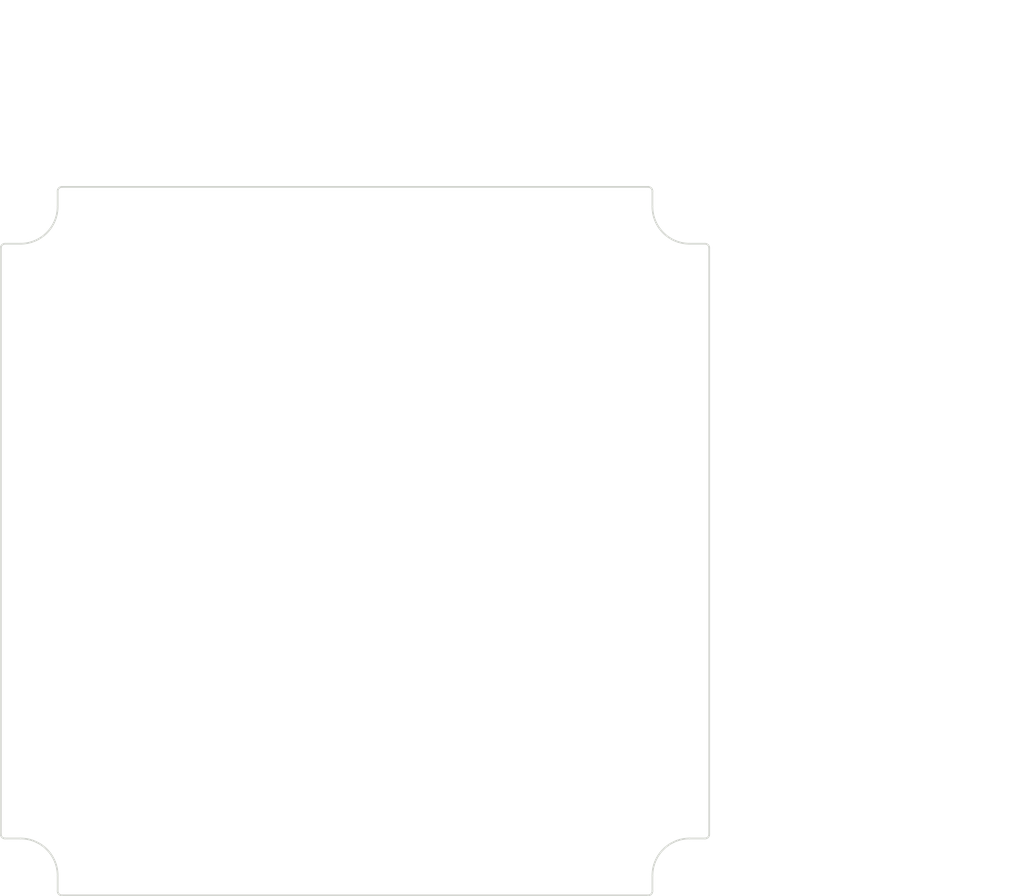
<source format=kicad_pcb>
(kicad_pcb (version 20171130) (host pcbnew "(5.1.0)-1")

  (general
    (thickness 1.6)
    (drawings 57)
    (tracks 0)
    (zones 0)
    (modules 0)
    (nets 1)
  )

  (page A4)
  (layers
    (0 F.Cu signal)
    (31 B.Cu signal)
    (32 B.Adhes user)
    (33 F.Adhes user)
    (34 B.Paste user)
    (35 F.Paste user)
    (36 B.SilkS user)
    (37 F.SilkS user)
    (38 B.Mask user)
    (39 F.Mask user)
    (40 Dwgs.User user)
    (41 Cmts.User user)
    (42 Eco1.User user)
    (43 Eco2.User user)
    (44 Edge.Cuts user)
    (45 Margin user)
    (46 B.CrtYd user)
    (47 F.CrtYd user)
    (48 B.Fab user)
    (49 F.Fab user)
  )

  (setup
    (last_trace_width 0.25)
    (trace_clearance 0.2)
    (zone_clearance 0.508)
    (zone_45_only no)
    (trace_min 0.2)
    (via_size 0.8)
    (via_drill 0.4)
    (via_min_size 0.4)
    (via_min_drill 0.3)
    (uvia_size 0.3)
    (uvia_drill 0.1)
    (uvias_allowed no)
    (uvia_min_size 0.2)
    (uvia_min_drill 0.1)
    (edge_width 0.05)
    (segment_width 0.2)
    (pcb_text_width 0.3)
    (pcb_text_size 1.5 1.5)
    (mod_edge_width 0.12)
    (mod_text_size 1 1)
    (mod_text_width 0.15)
    (pad_size 1.524 1.524)
    (pad_drill 0.762)
    (pad_to_mask_clearance 0.051)
    (solder_mask_min_width 0.25)
    (aux_axis_origin 0 0)
    (visible_elements FFFFFF7F)
    (pcbplotparams
      (layerselection 0x010fc_ffffffff)
      (usegerberextensions false)
      (usegerberattributes false)
      (usegerberadvancedattributes false)
      (creategerberjobfile false)
      (excludeedgelayer true)
      (linewidth 0.152400)
      (plotframeref false)
      (viasonmask false)
      (mode 1)
      (useauxorigin false)
      (hpglpennumber 1)
      (hpglpenspeed 20)
      (hpglpendiameter 15.000000)
      (psnegative false)
      (psa4output false)
      (plotreference true)
      (plotvalue true)
      (plotinvisibletext false)
      (padsonsilk false)
      (subtractmaskfromsilk false)
      (outputformat 1)
      (mirror false)
      (drillshape 1)
      (scaleselection 1)
      (outputdirectory ""))
  )

  (net 0 "")

  (net_class Default "This is the default net class."
    (clearance 0.2)
    (trace_width 0.25)
    (via_dia 0.8)
    (via_drill 0.4)
    (uvia_dia 0.3)
    (uvia_drill 0.1)
  )

  (gr_line (start 86.678561 59.576698) (end 86.678561 42.143156) (layer Dwgs.User) (width 0.2))
  (gr_line (start 86.678561 58.743376) (end 86.678561 60.576698) (layer Dwgs.User) (width 0.2))
  (gr_line (start 86.678561 140.076698) (end 86.678561 141.910019) (layer Edge.Cuts) (width 0.2))
  (gr_arc (start 87.178561 141.910019) (end 86.678561 141.910019) (angle -90) (layer Edge.Cuts) (width 0.2))
  (gr_line (start 87.178561 142.410019) (end 156.845204 142.410019) (layer Edge.Cuts) (width 0.2))
  (gr_arc (start 156.845204 141.910019) (end 156.845204 142.410019) (angle -90) (layer Edge.Cuts) (width 0.2))
  (gr_line (start 157.345204 141.910019) (end 157.345204 140.076698) (layer Edge.Cuts) (width 0.2))
  (gr_arc (start 161.761883 140.076698) (end 161.761883 135.660019) (angle -90) (layer Edge.Cuts) (width 0.2))
  (gr_line (start 161.761883 135.660019) (end 163.595204 135.660019) (layer Edge.Cuts) (width 0.2))
  (gr_arc (start 163.595204 135.160019) (end 163.595204 135.660019) (angle -90) (layer Edge.Cuts) (width 0.2))
  (gr_line (start 164.095204 135.160019) (end 164.095204 65.493376) (layer Edge.Cuts) (width 0.2))
  (gr_arc (start 163.595204 65.493376) (end 164.095204 65.493376) (angle -90) (layer Edge.Cuts) (width 0.2))
  (gr_line (start 163.595204 64.993376) (end 161.761883 64.993376) (layer Edge.Cuts) (width 0.2))
  (gr_arc (start 161.761883 60.576698) (end 157.345204 60.576698) (angle -90) (layer Edge.Cuts) (width 0.2))
  (gr_line (start 157.345204 60.576698) (end 157.345204 58.743376) (layer Edge.Cuts) (width 0.2))
  (gr_arc (start 156.845204 58.743376) (end 157.345204 58.743376) (angle -90) (layer Edge.Cuts) (width 0.2))
  (gr_line (start 156.845204 58.243376) (end 87.178561 58.243376) (layer Edge.Cuts) (width 0.2))
  (gr_arc (start 87.178561 58.743376) (end 87.178561 58.243376) (angle -90) (layer Edge.Cuts) (width 0.2))
  (gr_line (start 86.678561 58.743376) (end 86.678561 60.576698) (layer Edge.Cuts) (width 0.2))
  (gr_arc (start 82.261883 60.576698) (end 82.261883 64.993376) (angle -90) (layer Edge.Cuts) (width 0.2))
  (gr_line (start 82.261883 64.993376) (end 80.428561 64.993376) (layer Edge.Cuts) (width 0.2))
  (gr_arc (start 80.428561 65.493376) (end 80.428561 64.993376) (angle -90) (layer Edge.Cuts) (width 0.2))
  (gr_line (start 79.928561 65.493376) (end 79.928561 135.160019) (layer Edge.Cuts) (width 0.2))
  (gr_arc (start 80.428561 135.160019) (end 79.928561 135.160019) (angle -90) (layer Edge.Cuts) (width 0.2))
  (gr_line (start 80.428561 135.660019) (end 82.261883 135.660019) (layer Edge.Cuts) (width 0.2))
  (gr_arc (start 82.261883 140.076698) (end 86.678561 140.076698) (angle -90) (layer Edge.Cuts) (width 0.2))
  (gr_text [R0.17] (at 144.170463 68.90197) (layer Dwgs.User)
    (effects (font (size 1.7 1.53) (thickness 0.2125)))
  )
  (gr_text " R4.42" (at 144.170463 65.35903) (layer Dwgs.User)
    (effects (font (size 1.7 1.53) (thickness 0.2125)))
  )
  (gr_line (start 150.641234 67.012509) (end 156.208188 63.790767) (layer Dwgs.User) (width 0.2))
  (gr_line (start 148.641234 67.012509) (end 150.641234 67.012509) (layer Dwgs.User) (width 0.2))
  (gr_text [2.78] (at 185.595204 117.472432) (layer Dwgs.User)
    (effects (font (size 1.7 1.53) (thickness 0.2125)))
  )
  (gr_text " 70.67" (at 185.595204 113.914997) (layer Dwgs.User)
    (effects (font (size 1.7 1.53) (thickness 0.2125)))
  )
  (gr_line (start 185.595204 66.993376) (end 185.595204 112.025535) (layer Dwgs.User) (width 0.2))
  (gr_line (start 185.595204 133.660019) (end 185.595204 119.140406) (layer Dwgs.User) (width 0.2))
  (gr_line (start 164.595204 64.993376) (end 188.770204 64.993376) (layer Dwgs.User) (width 0.2))
  (gr_line (start 164.595204 135.660019) (end 188.770204 135.660019) (layer Dwgs.User) (width 0.2))
  (gr_text [2.78] (at 150.774739 47.207617) (layer Dwgs.User)
    (effects (font (size 1.7 1.53) (thickness 0.2125)))
  )
  (gr_text " 70.67" (at 150.774739 43.650182) (layer Dwgs.User)
    (effects (font (size 1.7 1.53) (thickness 0.2125)))
  )
  (gr_line (start 88.678561 45.318156) (end 146.727228 45.318156) (layer Dwgs.User) (width 0.2))
  (gr_line (start 155.345204 45.318156) (end 154.822249 45.318156) (layer Dwgs.User) (width 0.2))
  (gr_line (start 157.345204 57.743376) (end 157.345204 42.143156) (layer Dwgs.User) (width 0.2))
  (gr_text [3.31] (at 197.49126 107.353586) (layer Dwgs.User)
    (effects (font (size 1.7 1.53) (thickness 0.2125)))
  )
  (gr_text " 84.17" (at 197.49126 103.79615) (layer Dwgs.User)
    (effects (font (size 1.7 1.53) (thickness 0.2125)))
  )
  (gr_line (start 197.49126 60.243376) (end 197.49126 101.906689) (layer Dwgs.User) (width 0.2))
  (gr_line (start 197.49126 140.410019) (end 197.49126 109.02156) (layer Dwgs.User) (width 0.2))
  (gr_line (start 157.845204 58.243376) (end 200.66626 58.243376) (layer Dwgs.User) (width 0.2))
  (gr_line (start 157.845204 142.410019) (end 200.66626 142.410019) (layer Dwgs.User) (width 0.2))
  (gr_text [3.31] (at 147.380717 41.199831) (layer Dwgs.User)
    (effects (font (size 1.7 1.53) (thickness 0.2125)))
  )
  (gr_text " 84.17" (at 147.380717 37.642396) (layer Dwgs.User)
    (effects (font (size 1.7 1.53) (thickness 0.2125)))
  )
  (gr_line (start 81.928561 39.31037) (end 143.333206 39.31037) (layer Dwgs.User) (width 0.2))
  (gr_line (start 162.095204 39.31037) (end 151.428227 39.31037) (layer Dwgs.User) (width 0.2))
  (gr_line (start 79.928561 64.493376) (end 79.928561 36.13537) (layer Dwgs.User) (width 0.2))
  (gr_line (start 164.095204 64.493376) (end 164.095204 36.13537) (layer Dwgs.User) (width 0.2))
  (gr_text [R0.02] (at 94.007165 54.120177) (layer Dwgs.User)
    (effects (font (size 1.7 1.53) (thickness 0.2125)))
  )
  (gr_text " R.50" (at 94.007165 50.562742) (layer Dwgs.User)
    (effects (font (size 1.7 1.53) (thickness 0.2125)))
  )
  (gr_line (start 87.536394 52.230716) (end 87.315715 56.247141) (layer Dwgs.User) (width 0.2))
  (gr_line (start 89.536394 52.230716) (end 87.536394 52.230716) (layer Dwgs.User) (width 0.2))

)

</source>
